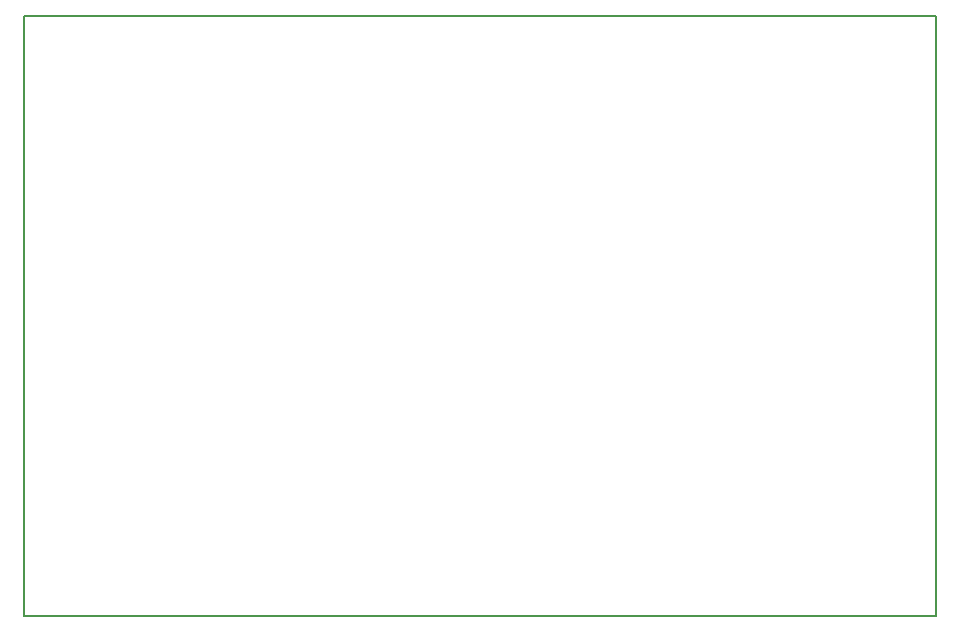
<source format=gbr>
G04 #@! TF.GenerationSoftware,KiCad,Pcbnew,5.0.0-fee4fd1~66~ubuntu16.04.1*
G04 #@! TF.CreationDate,2018-12-09T19:38:54+07:00*
G04 #@! TF.ProjectId,master_circuit,6D61737465725F636972637569742E6B,rev?*
G04 #@! TF.SameCoordinates,Original*
G04 #@! TF.FileFunction,Profile,NP*
%FSLAX46Y46*%
G04 Gerber Fmt 4.6, Leading zero omitted, Abs format (unit mm)*
G04 Created by KiCad (PCBNEW 5.0.0-fee4fd1~66~ubuntu16.04.1) date Sun Dec  9 19:38:54 2018*
%MOMM*%
%LPD*%
G01*
G04 APERTURE LIST*
%ADD10C,0.150000*%
G04 APERTURE END LIST*
D10*
X106680000Y-144780000D02*
X106680000Y-93980000D01*
X183896000Y-144780000D02*
X106680000Y-144780000D01*
X183896000Y-93980000D02*
X183896000Y-144780000D01*
X182880000Y-93980000D02*
X183896000Y-93980000D01*
X106680000Y-93980000D02*
X182880000Y-93980000D01*
M02*

</source>
